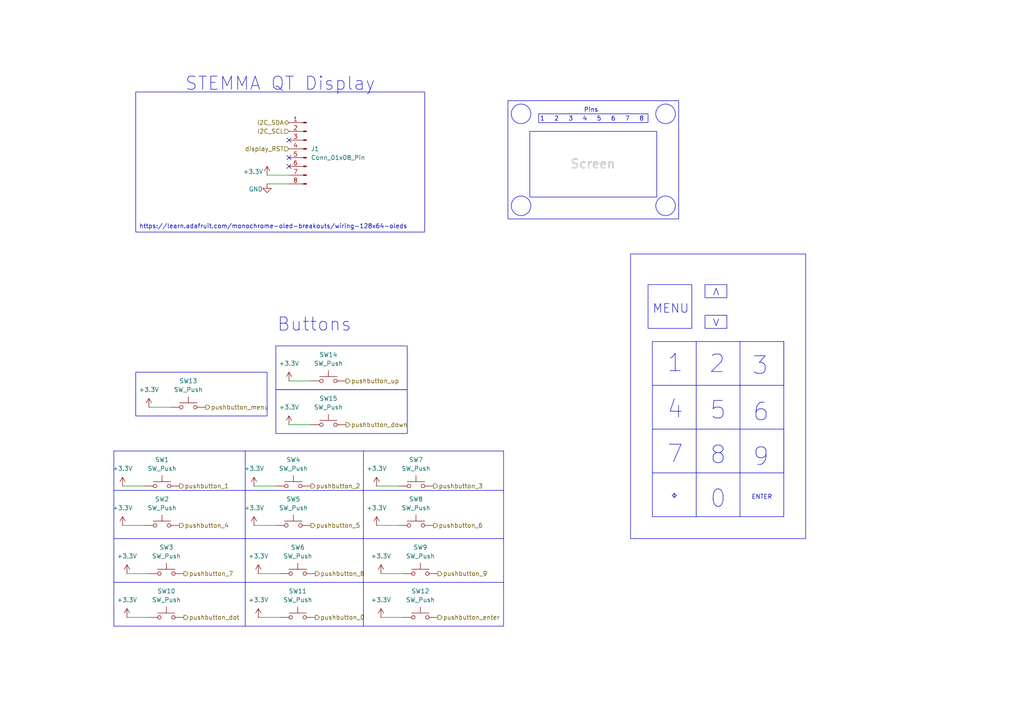
<source format=kicad_sch>
(kicad_sch (version 20231120) (generator "eeschema") (generator_version "8.0")
  (paper "A4")
  (lib_symbols
    (symbol "Connector:Conn_01x08_Pin" (pin_names (offset 1.016) hide)
      (property "Reference" "J" (at 0 10.16 0))
      (property "Value" "Conn_01x08_Pin" (at 0 -12.7 0))
      (symbol "Conn_01x08_Pin_1_1"
        (polyline (pts (xy 1.27 -10.16) (xy 0.8636 -10.16)) (stroke (width 0.1524)))
        (polyline (pts (xy 1.27 -7.62) (xy 0.8636 -7.62)) (stroke (width 0.1524)))
        (polyline (pts (xy 1.27 -5.08) (xy 0.8636 -5.08)) (stroke (width 0.1524)))
        (polyline (pts (xy 1.27 -2.54) (xy 0.8636 -2.54)) (stroke (width 0.1524)))
        (polyline (pts (xy 1.27 0) (xy 0.8636 0)) (stroke (width 0.1524)))
        (polyline (pts (xy 1.27 2.54) (xy 0.8636 2.54)) (stroke (width 0.1524)))
        (polyline (pts (xy 1.27 5.08) (xy 0.8636 5.08)) (stroke (width 0.1524)))
        (polyline (pts (xy 1.27 7.62) (xy 0.8636 7.62)) (stroke (width 0.1524)))
        (rectangle (start 0.8636 -10.033) (end 0 -10.287) (stroke (width 0.1524)) (fill (type outline)))
        (rectangle (start 0.8636 -7.493) (end 0 -7.747) (stroke (width 0.1524)) (fill (type outline)))
        (rectangle (start 0.8636 -4.953) (end 0 -5.207) (stroke (width 0.1524)) (fill (type outline)))
        (rectangle (start 0.8636 -2.413) (end 0 -2.667) (stroke (width 0.1524)) (fill (type outline)))
        (rectangle (start 0.8636 0.127) (end 0 -0.127) (stroke (width 0.1524)) (fill (type outline)))
        (rectangle (start 0.8636 2.667) (end 0 2.413) (stroke (width 0.1524)) (fill (type outline)))
        (rectangle (start 0.8636 5.207) (end 0 4.953) (stroke (width 0.1524)) (fill (type outline)))
        (rectangle (start 0.8636 7.747) (end 0 7.493) (stroke (width 0.1524)) (fill (type outline)))
        (pin passive line (at 5.08 7.62 180) (length 3.81) (name "Pin_1") (number "1"))
        (pin passive line (at 5.08 5.08 180) (length 3.81) (name "Pin_2") (number "2"))
        (pin passive line (at 5.08 2.54 180) (length 3.81) (name "Pin_3") (number "3"))
        (pin passive line (at 5.08 0 180) (length 3.81) (name "Pin_4") (number "4"))
        (pin passive line (at 5.08 -2.54 180) (length 3.81) (name "Pin_5") (number "5"))
        (pin passive line (at 5.08 -5.08 180) (length 3.81) (name "Pin_6") (number "6"))
        (pin passive line (at 5.08 -7.62 180) (length 3.81) (name "Pin_7") (number "7"))
        (pin passive line (at 5.08 -10.16 180) (length 3.81) (name "Pin_8") (number "8"))
      )
    )
    (symbol "Switch:SW_Push" (pin_numbers hide) (pin_names (offset 1.016) hide)
      (property "Reference" "SW" (at 1.27 2.54 0))
      (property "Value" "SW_Push" (at 0 -1.524 0))
      (symbol "SW_Push_0_1"
        (circle (center -2.032 0) (radius 0.508))
        (polyline (pts (xy 0 1.27) (xy 0 3.048)))
        (polyline (pts (xy 2.54 1.27) (xy -2.54 1.27)))
        (circle (center 2.032 0) (radius 0.508))
        (pin passive line (at -5.08 0 0) (length 2.54) (name "1") (number "1"))
        (pin passive line (at 5.08 0 180) (length 2.54) (name "2") (number "2"))
      )
    )
    (symbol "power:+3.3V" (power) (pin_numbers hide) (pin_names (offset 0) hide)
      (property "Value" "+3.3V" (at 0 3.556 0))
      (symbol "+3.3V_0_1"
        (polyline (pts (xy -0.762 1.27) (xy 0 2.54)))
        (polyline (pts (xy 0 0) (xy 0 2.54)))
        (polyline (pts (xy 0 2.54) (xy 0.762 1.27)))
      )
      (symbol "+3.3V_1_1"
        (pin power_in line (at 0 0 90) (length 0) (name "~") (number "1"))
      )
    )
    (symbol "power:GND" (power) (pin_numbers hide) (pin_names (offset 0) hide)
      (property "Value" "GND" (at 0 -3.81 0))
      (symbol "GND_0_1"
        (polyline (pts (xy 0 0) (xy 0 -1.27) (xy 1.27 -1.27) (xy 0 -2.54) (xy -1.27 -1.27) (xy 0 -1.27)))
      )
      (symbol "GND_1_1"
        (pin power_in line (at 0 0 270) (length 0) (name "~") (number "1"))
      )
    )
  )
  (no_connect (at 83.82 48.26))
  (no_connect (at 83.82 40.64))
  (no_connect (at 83.82 45.72))
  (polyline (pts (xy 214.63 99.06) (xy 214.63 137.16)))
  (polyline (pts (xy 189.23 124.46) (xy 227.33 124.46)))
  (polyline (pts (xy 227.33 99.06) (xy 227.33 137.16)))
  (wire (pts (xy 83.82 110.49) (xy 90.17 110.49)))
  (polyline (pts (xy 33.02 130.81) (xy 33.02 181.61)))
  (polyline (pts (xy 189.23 137.16) (xy 227.33 137.16)))
  (polyline (pts (xy 214.63 137.16) (xy 214.63 149.86)))
  (polyline (pts (xy 71.12 130.81) (xy 33.02 130.81)))
  (polyline (pts (xy 227.33 124.46) (xy 227.33 137.16)))
  (polyline (pts (xy 189.23 99.06) (xy 189.23 137.16)))
  (polyline (pts (xy 33.02 168.91) (xy 146.05 168.91)))
  (polyline (pts (xy 146.05 181.61) (xy 105.41 181.61)))
  (wire (pts (xy 43.18 118.11) (xy 49.53 118.11)))
  (polyline (pts (xy 227.33 149.86) (xy 227.33 137.16)))
  (polyline (pts (xy 189.23 137.16) (xy 189.23 149.86)))
  (polyline (pts (xy 146.05 130.81) (xy 146.05 181.61)))
  (polyline (pts (xy 105.41 130.81) (xy 105.41 181.61)))
  (wire (pts (xy 74.93 166.37) (xy 81.28 166.37)))
  (wire (pts (xy 77.47 53.34) (xy 83.82 53.34)))
  (polyline (pts (xy 105.41 130.81) (xy 146.05 130.81)))
  (wire (pts (xy 109.22 152.4) (xy 115.57 152.4)))
  (wire (pts (xy 77.47 50.8) (xy 83.82 50.8)))
  (polyline (pts (xy 189.23 99.06) (xy 227.33 99.06)))
  (wire (pts (xy 73.66 152.4) (xy 80.01 152.4)))
  (polyline (pts (xy 71.12 181.61) (xy 71.12 130.81)))
  (polyline (pts (xy 227.33 111.76) (xy 189.23 111.76)))
  (polyline (pts (xy 201.93 149.86) (xy 214.63 149.86)))
  (wire (pts (xy 110.49 166.37) (xy 116.84 166.37)))
  (wire (pts (xy 74.93 179.07) (xy 81.28 179.07)))
  (polyline (pts (xy 33.02 181.61) (xy 71.12 181.61)))
  (polyline (pts (xy 214.63 149.86) (xy 227.33 149.86)))
  (polyline (pts (xy 33.02 142.24) (xy 146.05 142.24)))
  (polyline (pts (xy 105.41 181.61) (xy 71.12 181.61)))
  (polyline (pts (xy 201.93 99.06) (xy 201.93 137.16)))
  (polyline (pts (xy 71.12 130.81) (xy 105.41 130.81)))
  (polyline (pts (xy 227.33 99.06) (xy 227.33 111.76)))
  (wire (pts (xy 109.22 140.97) (xy 115.57 140.97)))
  (polyline (pts (xy 33.02 156.21) (xy 146.05 156.21)))
  (wire (pts (xy 35.56 152.4) (xy 41.91 152.4)))
  (wire (pts (xy 110.49 179.07) (xy 116.84 179.07)))
  (wire (pts (xy 35.56 140.97) (xy 41.91 140.97)))
  (polyline (pts (xy 189.23 149.86) (xy 201.93 149.86)))
  (wire (pts (xy 73.66 140.97) (xy 80.01 140.97)))
  (polyline (pts (xy 201.93 137.16) (xy 201.93 149.86)))
  (wire (pts (xy 83.82 123.19) (xy 90.17 123.19)))
  (wire (pts (xy 36.83 179.07) (xy 43.18 179.07)))
  (wire (pts (xy 36.83 166.37) (xy 43.18 166.37)))
  (rectangle (start 182.88 73.66) (end 233.68 156.21))
  (circle (center 151.13 33.02) (radius 2.8398) (fill (type color)))
  (rectangle (start 187.96 82.55) (end 200.66 95.25))
  (rectangle (start 39.37 26.67) (end 123.19 67.31))
  (rectangle (start 153.67 38.1) (end 190.5 57.15) (fill (type color)))
  (circle (center 193.04 33.02) (radius 2.8398) (fill (type color)))
  (rectangle (start 147.32 29.21) (end 196.85 63.5))
  (rectangle (start 39.37 107.95) (end 77.47 120.65))
  (rectangle (start 204.47 82.55) (end 210.82 86.36))
  (circle (center 193.04 59.69) (radius 2.8398) (fill (type color)))
  (rectangle (start 156.21 33.02) (end 187.96 35.56))
  (circle (center 151.13 59.69) (radius 2.8398) (fill (type color)))
  (rectangle (start 204.47 91.44) (end 210.82 95.25))
  (rectangle (start 80.01 100.33) (end 118.11 113.03))
  (rectangle (start 80.01 113.03) (end 118.11 125.73))
  (text ">" (at 207.518 84.836 90) (effects (font (size 2.54 2.54))))
  (text "7" (at 195.834 131.826 0) (effects (font (size 5.08 5.08))))
  (text "6" (at 220.726 119.634 0) (effects (font (size 5.08 5.08))))
  (text "3" (at 220.472 106.172 0) (effects (font (size 5.08 5.08))))
  (text "1   2   3   4   5   6   7   8" (at 171.704 34.544 0) (effects (font (size 1.27 1.27))))
  (text "1" (at 195.834 105.41 0) (effects (font (size 5.08 5.08))))
  (text "STEMMA QT Display" (at 81.28 24.384 0) (effects (font (size 3.81 3.81))))
  (text "." (at 195.58 138.684 0) (effects (font (size 12.7 12.7))))
  (text "5" (at 208.28 119.126 0) (effects (font (size 5.08 5.08))))
  (text "9" (at 220.726 132.588 0) (effects (font (size 5.08 5.08))))
  (text "8" (at 208.28 132.08 0) (effects (font (size 5.08 5.08))))
  (text "4" (at 195.834 118.872 0) (effects (font (size 5.08 5.08))))
  (text "<" (at 207.518 93.726 90) (effects (font (size 2.54 2.54))))
  (text "MENU" (at 194.564 89.662 0) (effects (font (size 2.54 2.54))))
  (text "ENTER" (at 220.98 144.272 0) (effects (font (size 1.27 1.27))))
  (text "Buttons" (at 91.186 94.234 0) (effects (font (size 3.81 3.81))))
  (text "2\n" (at 208.026 105.664 0) (effects (font (size 5.08 5.08))))
  (text "Screen" (at 171.958 47.752 0) (effects (font (size 2.54 2.54) (thickness 0.508) (bold yes))))
  (text "https://learn.adafruit.com/monochrome-oled-breakouts/wiring-128x64-oleds" (at 79.248 65.786 0) (effects (font (size 1.27 1.27))))
  (text "0" (at 208.28 144.78 0) (effects (font (size 5.08 5.08))))
  (text "Pins" (at 171.45 32.004 0) (effects (font (size 1.27 1.27))))
  (hierarchical_label "I2C_SCL" (shape input) (at 83.82 38.1 180))
  (hierarchical_label "pushbutton_6" (shape output) (at 125.73 152.4 0))
  (hierarchical_label "pushbutton_4" (shape output) (at 52.07 152.4 0))
  (hierarchical_label "I2C_SDA" (shape bidirectional) (at 83.82 35.56 180))
  (hierarchical_label "pushbutton_1" (shape output) (at 52.07 140.97 0))
  (hierarchical_label "pushbutton_9" (shape output) (at 127 166.37 0))
  (hierarchical_label "display_RST" (shape input) (at 83.82 43.18 180))
  (hierarchical_label "pushbutton_0" (shape output) (at 91.44 179.07 0))
  (hierarchical_label "pushbutton_7" (shape output) (at 53.34 166.37 0))
  (hierarchical_label "pushbutton_dot" (shape output) (at 53.34 179.07 0))
  (hierarchical_label "pushbutton_enter" (shape output) (at 127 179.07 0))
  (hierarchical_label "pushbutton_2" (shape output) (at 90.17 140.97 0))
  (hierarchical_label "pushbutton_up" (shape output) (at 100.33 110.49 0))
  (hierarchical_label "pushbutton_menu" (shape output) (at 59.69 118.11 0))
  (hierarchical_label "pushbutton_3" (shape output) (at 125.73 140.97 0))
  (hierarchical_label "pushbutton_5" (shape output) (at 90.17 152.4 0))
  (hierarchical_label "pushbutton_down" (shape output) (at 100.33 123.19 0))
  (hierarchical_label "pushbutton_8" (shape output) (at 91.44 166.37 0))
  (symbol (lib_id "power:+3.3V") (at 36.83 179.07 0) (unit 1)
    (property "Reference" "#PWR018" (effects (hide yes)))
    (property "Value" "+3.3V" (at 36.83 173.99 0))
    (property "Description" "Power symbol creates a global label with name \"+3.3V\"" (effects (hide yes)))
  )
  (symbol (lib_id "Connector:Conn_01x08_Pin") (at 88.9 43.18 0) (mirror y) (unit 1)
    (property "Reference" "J1" (at 90.17 43.1799 0) (effects (justify right)))
    (property "Value" "Conn_01x08_Pin" (at 90.17 45.7199 0) (effects (justify right)))
    (property "Footprint" "Connector_PinSocket_2.54mm:PinSocket_1x08_P2.54mm_Vertical" (effects (hide yes)))
    (property "Description" "Generic connector, single row, 01x08, script generated" (effects (hide yes)))
  )
  (symbol (lib_id "Switch:SW_Push") (at 120.65 152.4 0) (unit 1)
    (property "Reference" "SW8" (at 120.65 144.78 0))
    (property "Value" "SW_Push" (at 120.65 147.32 0))
    (property "Footprint" "Button_Switch_SMD:SW_SPST_PTS645" (effects (hide yes)))
    (property "Description" "Push button switch, generic, two pins" (effects (hide yes)))
  )
  (symbol (lib_id "power:+3.3V") (at 83.82 123.19 0) (unit 1)
    (property "Reference" "#PWR023" (effects (hide yes)))
    (property "Value" "+3.3V" (at 83.82 118.11 0))
    (property "Description" "Power symbol creates a global label with name \"+3.3V\"" (effects (hide yes)))
  )
  (symbol (lib_id "power:+3.3V") (at 77.47 50.8 0) (unit 1)
    (property "Reference" "#PWR029" (effects (hide yes)))
    (property "Value" "+3.3V" (at 73.406 49.784 0))
    (property "Description" "Power symbol creates a global label with name \"+3.3V\"" (effects (hide yes)))
  )
  (symbol (lib_id "Switch:SW_Push") (at 120.65 140.97 0) (unit 1)
    (property "Reference" "SW7" (at 120.65 133.35 0))
    (property "Value" "SW_Push" (at 120.65 135.89 0))
    (property "Footprint" "Button_Switch_SMD:SW_SPST_PTS645" (effects (hide yes)))
    (property "Description" "Push button switch, generic, two pins" (effects (hide yes)))
  )
  (symbol (lib_id "Switch:SW_Push") (at 48.26 166.37 0) (unit 1)
    (property "Reference" "SW3" (at 48.26 158.75 0))
    (property "Value" "SW_Push" (at 48.26 161.29 0))
    (property "Footprint" "Button_Switch_SMD:SW_SPST_PTS645" (effects (hide yes)))
    (property "Description" "Push button switch, generic, two pins" (effects (hide yes)))
  )
  (symbol (lib_id "Switch:SW_Push") (at 48.26 179.07 0) (unit 1)
    (property "Reference" "SW10" (at 48.26 171.45 0))
    (property "Value" "SW_Push" (at 48.26 173.99 0))
    (property "Footprint" "Button_Switch_SMD:SW_SPST_PTS645" (effects (hide yes)))
    (property "Description" "Push button switch, generic, two pins" (effects (hide yes)))
  )
  (symbol (lib_id "Switch:SW_Push") (at 85.09 140.97 0) (unit 1)
    (property "Reference" "SW4" (at 85.09 133.35 0))
    (property "Value" "SW_Push" (at 85.09 135.89 0))
    (property "Footprint" "Button_Switch_SMD:SW_SPST_PTS645" (effects (hide yes)))
    (property "Description" "Push button switch, generic, two pins" (effects (hide yes)))
  )
  (symbol (lib_id "power:+3.3V") (at 35.56 140.97 0) (unit 1)
    (property "Reference" "#PWR09" (effects (hide yes)))
    (property "Value" "+3.3V" (at 35.56 135.89 0))
    (property "Description" "Power symbol creates a global label with name \"+3.3V\"" (effects (hide yes)))
  )
  (symbol (lib_id "power:+3.3V") (at 109.22 140.97 0) (unit 1)
    (property "Reference" "#PWR015" (effects (hide yes)))
    (property "Value" "+3.3V" (at 109.22 135.89 0))
    (property "Description" "Power symbol creates a global label with name \"+3.3V\"" (effects (hide yes)))
  )
  (symbol (lib_id "power:+3.3V") (at 74.93 166.37 0) (unit 1)
    (property "Reference" "#PWR014" (effects (hide yes)))
    (property "Value" "+3.3V" (at 74.93 161.29 0))
    (property "Description" "Power symbol creates a global label with name \"+3.3V\"" (effects (hide yes)))
  )
  (symbol (lib_id "Switch:SW_Push") (at 95.25 123.19 0) (unit 1)
    (property "Reference" "SW15" (at 95.25 115.57 0))
    (property "Value" "SW_Push" (at 95.25 118.11 0))
    (property "Footprint" "Button_Switch_SMD:SW_SPST_PTS645" (effects (hide yes)))
    (property "Description" "Push button switch, generic, two pins" (effects (hide yes)))
  )
  (symbol (lib_id "power:GND") (at 77.47 53.34 0) (unit 1)
    (property "Reference" "#PWR030" (effects (hide yes)))
    (property "Value" "GND" (at 74.168 54.864 0))
    (property "Description" "Power symbol creates a global label with name \"GND\" , ground" (effects (hide yes)))
  )
  (symbol (lib_id "power:+3.3V") (at 110.49 166.37 0) (unit 1)
    (property "Reference" "#PWR017" (effects (hide yes)))
    (property "Value" "+3.3V" (at 110.49 161.29 0))
    (property "Description" "Power symbol creates a global label with name \"+3.3V\"" (effects (hide yes)))
  )
  (symbol (lib_id "power:+3.3V") (at 43.18 118.11 0) (unit 1)
    (property "Reference" "#PWR021" (effects (hide yes)))
    (property "Value" "+3.3V" (at 43.18 113.03 0))
    (property "Description" "Power symbol creates a global label with name \"+3.3V\"" (effects (hide yes)))
  )
  (symbol (lib_id "power:+3.3V") (at 110.49 179.07 0) (unit 1)
    (property "Reference" "#PWR020" (effects (hide yes)))
    (property "Value" "+3.3V" (at 110.49 173.99 0))
    (property "Description" "Power symbol creates a global label with name \"+3.3V\"" (effects (hide yes)))
  )
  (symbol (lib_id "power:+3.3V") (at 83.82 110.49 0) (unit 1)
    (property "Reference" "#PWR022" (effects (hide yes)))
    (property "Value" "+3.3V" (at 83.82 105.41 0))
    (property "Description" "Power symbol creates a global label with name \"+3.3V\"" (effects (hide yes)))
  )
  (symbol (lib_id "power:+3.3V") (at 74.93 179.07 0) (unit 1)
    (property "Reference" "#PWR019" (effects (hide yes)))
    (property "Value" "+3.3V" (at 74.93 173.99 0))
    (property "Description" "Power symbol creates a global label with name \"+3.3V\"" (effects (hide yes)))
  )
  (symbol (lib_id "Switch:SW_Push") (at 46.99 152.4 0) (unit 1)
    (property "Reference" "SW2" (at 46.99 144.78 0))
    (property "Value" "SW_Push" (at 46.99 147.32 0))
    (property "Footprint" "Button_Switch_SMD:SW_SPST_PTS645" (effects (hide yes)))
    (property "Description" "Push button switch, generic, two pins" (effects (hide yes)))
  )
  (symbol (lib_id "power:+3.3V") (at 73.66 152.4 0) (unit 1)
    (property "Reference" "#PWR013" (effects (hide yes)))
    (property "Value" "+3.3V" (at 73.66 147.32 0))
    (property "Description" "Power symbol creates a global label with name \"+3.3V\"" (effects (hide yes)))
  )
  (symbol (lib_id "Switch:SW_Push") (at 121.92 166.37 0) (unit 1)
    (property "Reference" "SW9" (at 121.92 158.75 0))
    (property "Value" "SW_Push" (at 121.92 161.29 0))
    (property "Footprint" "Button_Switch_SMD:SW_SPST_PTS645" (effects (hide yes)))
    (property "Description" "Push button switch, generic, two pins" (effects (hide yes)))
  )
  (symbol (lib_id "power:+3.3V") (at 35.56 152.4 0) (unit 1)
    (property "Reference" "#PWR010" (effects (hide yes)))
    (property "Value" "+3.3V" (at 35.56 147.32 0))
    (property "Description" "Power symbol creates a global label with name \"+3.3V\"" (effects (hide yes)))
  )
  (symbol (lib_id "power:+3.3V") (at 109.22 152.4 0) (unit 1)
    (property "Reference" "#PWR016" (effects (hide yes)))
    (property "Value" "+3.3V" (at 109.22 147.32 0))
    (property "Description" "Power symbol creates a global label with name \"+3.3V\"" (effects (hide yes)))
  )
  (symbol (lib_id "Switch:SW_Push") (at 95.25 110.49 0) (unit 1)
    (property "Reference" "SW14" (at 95.25 102.87 0))
    (property "Value" "SW_Push" (at 95.25 105.41 0))
    (property "Footprint" "Button_Switch_SMD:SW_SPST_PTS645" (effects (hide yes)))
    (property "Description" "Push button switch, generic, two pins" (effects (hide yes)))
  )
  (symbol (lib_id "power:+3.3V") (at 73.66 140.97 0) (unit 1)
    (property "Reference" "#PWR012" (effects (hide yes)))
    (property "Value" "+3.3V" (at 73.66 135.89 0))
    (property "Description" "Power symbol creates a global label with name \"+3.3V\"" (effects (hide yes)))
  )
  (symbol (lib_id "Switch:SW_Push") (at 54.61 118.11 0) (unit 1)
    (property "Reference" "SW13" (at 54.61 110.49 0))
    (property "Value" "SW_Push" (at 54.61 113.03 0))
    (property "Footprint" "Button_Switch_SMD:SW_SPST_PTS645" (effects (hide yes)))
    (property "Description" "Push button switch, generic, two pins" (effects (hide yes)))
  )
  (symbol (lib_id "Switch:SW_Push") (at 86.36 179.07 0) (unit 1)
    (property "Reference" "SW11" (at 86.36 171.45 0))
    (property "Value" "SW_Push" (at 86.36 173.99 0))
    (property "Footprint" "Button_Switch_SMD:SW_SPST_PTS645" (effects (hide yes)))
    (property "Description" "Push button switch, generic, two pins" (effects (hide yes)))
  )
  (symbol (lib_id "Switch:SW_Push") (at 86.36 166.37 0) (unit 1)
    (property "Reference" "SW6" (at 86.36 158.75 0))
    (property "Value" "SW_Push" (at 86.36 161.29 0))
    (property "Footprint" "Button_Switch_SMD:SW_SPST_PTS645" (effects (hide yes)))
    (property "Description" "Push button switch, generic, two pins" (effects (hide yes)))
  )
  (symbol (lib_id "power:+3.3V") (at 36.83 166.37 0) (unit 1)
    (property "Reference" "#PWR011" (effects (hide yes)))
    (property "Value" "+3.3V" (at 36.83 161.29 0))
    (property "Description" "Power symbol creates a global label with name \"+3.3V\"" (effects (hide yes)))
  )
  (symbol (lib_id "Switch:SW_Push") (at 121.92 179.07 0) (unit 1)
    (property "Reference" "SW12" (at 121.92 171.45 0))
    (property "Value" "SW_Push" (at 121.92 173.99 0))
    (property "Footprint" "Button_Switch_SMD:SW_SPST_PTS645" (effects (hide yes)))
    (property "Description" "Push button switch, generic, two pins" (effects (hide yes)))
  )
  (symbol (lib_id "Switch:SW_Push") (at 46.99 140.97 0) (unit 1)
    (property "Reference" "SW1" (at 46.99 133.35 0))
    (property "Value" "SW_Push" (at 46.99 135.89 0))
    (property "Footprint" "Button_Switch_SMD:SW_SPST_PTS645" (effects (hide yes)))
    (property "Description" "Push button switch, generic, two pins" (effects (hide yes)))
  )
  (symbol (lib_id "Switch:SW_Push") (at 85.09 152.4 0) (unit 1)
    (property "Reference" "SW5" (at 85.09 144.78 0))
    (property "Value" "SW_Push" (at 85.09 147.32 0))
    (property "Footprint" "Button_Switch_SMD:SW_SPST_PTS645" (effects (hide yes)))
    (property "Description" "Push button switch, generic, two pins" (effects (hide yes)))
  )
)
</source>
